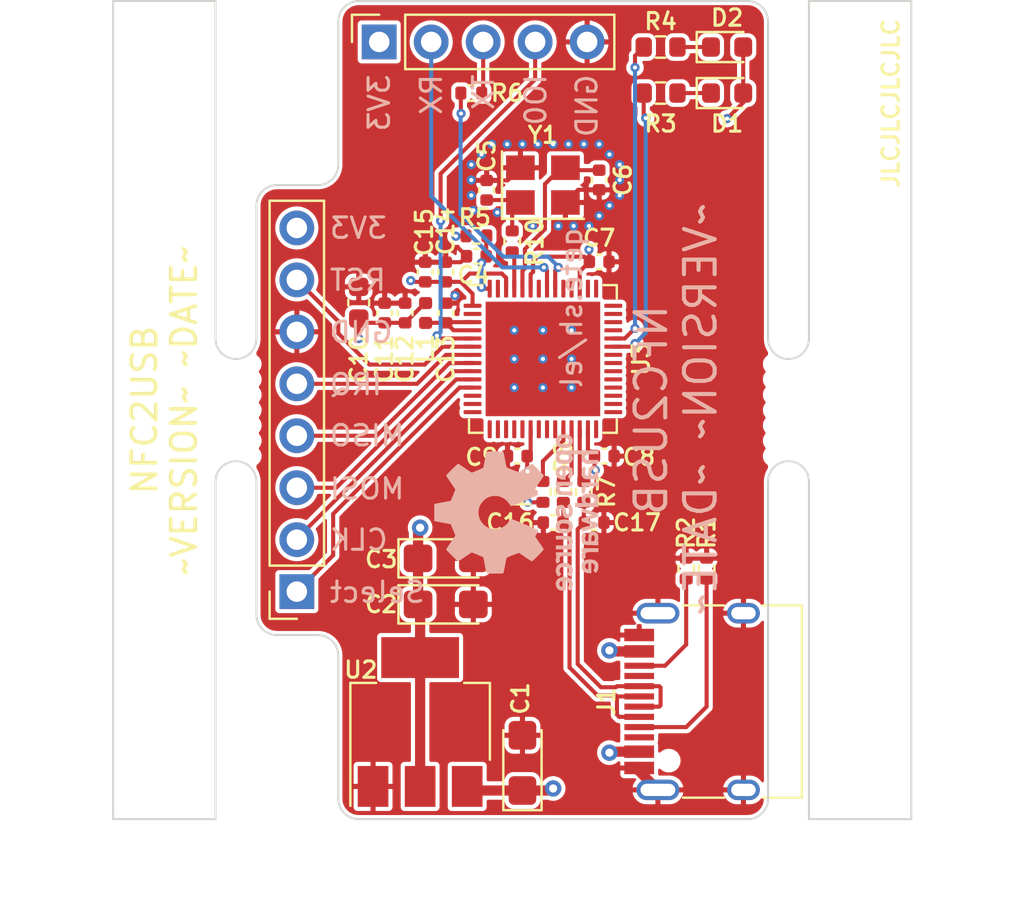
<source format=kicad_pcb>
(kicad_pcb (version 20211014) (generator pcbnew)
  (title_block (title "NFC2USB"))
  (layers (0 "F.Cu" signal) (1 "In1.Cu" signal) (2 "In2.Cu" signal) (31 "B.Cu" signal) (34 "B.Paste" user) (35 "F.Paste" user) (36 "B.SilkS" user "B.Silkscreen") (37 "F.SilkS" user "F.Silkscreen") (38 "B.Mask" user) (39 "F.Mask" user) (44 "Edge.Cuts" user))
  (property "DATE" "~DATE~")
  (property "VERSION" "~VERSION~")
  (net 0 "")
  (net 1 "VBUS")
  (net 2 "GND")
  (net 3 "+3V3")
  (net 4 "/ESP32-S2/EN")
  (net 5 "/ESP32-S2/XTAL_P")
  (net 6 "/ESP32-S2/XTAL_N")
  (net 7 "/ESP32-S2/VDD3P3")
  (net 8 "/USB_D-")
  (net 9 "/USB_D+")
  (net 10 "Net-(D1-Pad1)")
  (net 11 "Net-(D2-Pad1)")
  (net 12 "/CC1")
  (net 14 "/CC2")
  (net 16 "/ESP32-S2/RX")
  (net 17 "/ESP32-S2/TX")
  (net 18 "/ESP32-S2/GPIO0")
  (net 19 "/LED_RDY")
  (net 20 "/LED_ACT")
  (net 21 "/ESP32-S2/U0TXD")
  (net 22 "/ESP32-S2/GPIO18")
  (net 23 "/NFC_Select")
  (net 24 "/NFC_Clock")
  (net 25 "/NFC_MOSI")
  (net 26 "/NFC_MISO")
  (net 27 "/NFC_IRQ")
  (net 28 "/NFC_Reset")
  (net 58 "/ESP32-S2/D+")
  (net 59 "/ESP32-S2/D-")
  (net 62 "Net-(C5-Pad1)")
  (footprint "Resistor_SMD:R_0402_1005Metric" (layer "F.Cu") (at 114 74 -90)
    (fp_text reference "R9")
    (fp_text value "10k")
  )
  (footprint "Capacitor_SMD:C_0402_1005Metric" (layer "F.Cu") (at 109.2675 65.2525 90)
    (fp_text reference "C13")
    (fp_text value "100n")
  )
  (footprint "My_Footprints:JLCPCB_Tooling_Hole" (layer "F.Cu") (at 95.5 87.5)
    (fp_text reference "REF**" hide)
    (fp_text value "JLCPCB_Tooling_Hole")
  )
  (footprint "Package_TO_SOT_SMD:SOT-223-3_TabPin2" (layer "F.Cu") (at 108 85.25 90)
    (fp_text reference "U2")
    (fp_text value "AMS1117-3.3")
  )
  (footprint "My_Footprints:JLCPCB_Tooling_Hole" (layer "F.Cu") (at 129.5 52.5)
    (fp_text reference "REF**" hide)
    (fp_text value "JLCPCB_Tooling_Hole")
  )
  (footprint "Capacitor_SMD:C_0603_1608Metric" (layer "F.Cu") (at 105 64.75 90)
    (fp_text reference "C10")
    (fp_text value "10u")
  )
  (footprint "LED_SMD:LED_0603_1608Metric" (layer "F.Cu") (at 123 54.5)
    (fp_text reference "D1")
    (fp_text value "RDY")
  )
  (footprint "Capacitor_Tantalum_SMD:CP_EIA-3216-18_Kemet-A" (layer "F.Cu") (at 109.25 79.5)
    (fp_text reference "C2")
    (fp_text value "10u")
  )
  (footprint "Resistor_SMD:R_0402_1005Metric" (layer "F.Cu") (at 110.75 61.48)
    (fp_text reference "R5")
    (fp_text value "10k")
  )
  (footprint "Resistor_SMD:R_0402_1005Metric" (layer "F.Cu") (at 112.5 61.75 -90)
    (fp_text reference "R10")
    (fp_text value "0R")
  )
  (footprint "Resistor_SMD:R_0402_1005Metric" (layer "F.Cu") (at 116 74 -90)
    (fp_text reference "R7")
    (fp_text value "27R")
  )
  (footprint "Panelization:mouse-bite-2x5mm-slot-onesided" (layer "F.Cu") (at 126 70 90)
    (fp_text reference "mouse-bite-2mm-slot" hide)
    (fp_text value "VAL**" hide)
    (fp_arc (start 3.5 1) (mid 2.5 0) (end 3.5 -1) (layer "Edge.Cuts") (width 0.1))
    (fp_arc (start -3.5 -1) (mid -2.5 0) (end -3.5 1) (layer "Edge.Cuts") (width 0.1))
  )
  (footprint "Connector_USB:USB_C_Receptacle_HRO_TYPE-C-31-M-12" (layer "F.Cu") (at 122.75 84.25 90)
    (fp_text reference "J1")
    (fp_text value "USB_C_Receptacle_USB2.0")
  )
  (footprint "Capacitor_SMD:C_0402_1005Metric" (layer "F.Cu") (at 116.75 62.75)
    (fp_text reference "C7")
    (fp_text value "100n")
  )
  (footprint "Capacitor_SMD:C_0402_1005Metric" (layer "F.Cu") (at 108.25 63.25 90)
    (fp_text reference "C15")
    (fp_text value "1u")
  )
  (footprint "Capacitor_SMD:C_0402_1005Metric" (layer "F.Cu") (at 116.5 75.5)
    (fp_text reference "C17")
    (fp_text value "22p")
  )
  (footprint "Resistor_SMD:R_0402_1005Metric" (layer "F.Cu") (at 110.5 54.5)
    (fp_text reference "R6")
    (fp_text value "470R")
  )
  (footprint "Resistor_SMD:R_0603_1608Metric" (layer "F.Cu") (at 119.75 54.5 180)
    (fp_text reference "R3")
    (fp_text value "270R")
  )
  (footprint "Capacitor_SMD:C_0402_1005Metric" (layer "F.Cu") (at 107.2675 65.2525 90)
    (fp_text reference "C12")
    (fp_text value "100n")
  )
  (footprint "Capacitor_SMD:C_0402_1005Metric" (layer "F.Cu") (at 114.5 75.5 180)
    (fp_text reference "C16")
    (fp_text value "22p")
  )
  (footprint "My_Footprints:JLCPCB_Tooling_Hole" (layer "F.Cu") (at 95.5 52.5)
    (fp_text reference "REF**" hide)
    (fp_text value "JLCPCB_Tooling_Hole")
  )
  (footprint "Capacitor_Tantalum_SMD:CP_EIA-3216-18_Kemet-A" (layer "F.Cu") (at 113 87.25 90)
    (fp_text reference "C1")
    (fp_text value "10u")
  )
  (footprint "Resistor_SMD:R_0402_1005Metric" (layer "F.Cu") (at 115 74 -90)
    (fp_text reference "R8")
    (fp_text value "27R")
  )
  (footprint "My_Footprints:JLCPCB_Tooling_Hole" (layer "F.Cu") (at 129.5 87.605)
    (fp_text reference "REF**" hide)
    (fp_text value "JLCPCB_Tooling_Hole")
  )
  (footprint "Connector_PinSocket_2.54mm:PinSocket_1x05_P2.54mm_Vertical" (layer "F.Cu") (at 106 52 90)
    (fp_text reference "J2" hide)
    (fp_text value "UART")
  )
  (footprint "Capacitor_SMD:C_0402_1005Metric" (layer "F.Cu") (at 112.75 72.25 180)
    (fp_text reference "C9")
    (fp_text value "100n")
  )
  (footprint "Capacitor_SMD:C_0402_1005Metric" (layer "F.Cu") (at 117 72.25)
    (fp_text reference "C8")
    (fp_text value "100n")
  )
  (footprint "Capacitor_Tantalum_SMD:CP_EIA-3216-18_Kemet-A" (layer "F.Cu") (at 109.25 77.25)
    (fp_text reference "C3")
    (fp_text value "10u")
  )
  (footprint "Crystal:Crystal_SMD_3225-4Pin_3.2x2.5mm" (layer "F.Cu") (at 114 59)
    (fp_text reference "Y1")
    (fp_text value "X322540MPB4SI")
  )
  (footprint "Capacitor_SMD:C_0402_1005Metric" (layer "F.Cu") (at 111.25 59.25 90)
    (fp_text reference "C5")
    (fp_text value "22p")
  )
  (footprint "Resistor_SMD:R_0402_1005Metric" (layer "F.Cu") (at 122 77.75 90)
    (fp_text reference "R1")
    (fp_text value "5k1")
  )
  (footprint "Inductor_SMD:L_0402_1005Metric" (layer "F.Cu") (at 108.2675 65.2525 -90)
    (fp_text reference "L1")
    (fp_text value "2nH")
  )
  (footprint "LED_SMD:LED_0603_1608Metric" (layer "F.Cu") (at 123 52.25)
    (fp_text reference "D2")
    (fp_text value "ACT")
  )
  (footprint "Connector_PinSocket_2.54mm:PinSocket_1x08_P2.54mm_Vertical" (layer "F.Cu") (at 101.975 78.875 180)
    (fp_text reference "U1" hide)
    (fp_text value "NFCModuleRC522")
  )
  (footprint "Capacitor_SMD:C_0402_1005Metric" (layer "F.Cu") (at 110.75 62.48 180)
    (fp_text reference "C4")
    (fp_text value "1u")
  )
  (footprint "Resistor_SMD:R_0402_1005Metric" (layer "F.Cu") (at 121 77.75 90)
    (fp_text reference "R2")
    (fp_text value "5k1")
  )
  (footprint "Capacitor_SMD:C_0402_1005Metric" (layer "F.Cu") (at 116.75 58.75 -90)
    (fp_text reference "C6")
    (fp_text value "22p")
  )
  (footprint "Resistor_SMD:R_0603_1608Metric" (layer "F.Cu") (at 119.75 52.25 180)
    (fp_text reference "R4")
    (fp_text value "270R")
  )
  (footprint "Panelization:mouse-bite-2x5mm-slot-onesided" (layer "F.Cu") (at 99 70 -90)
    (fp_text reference "mouse-bite-2mm-slot" hide)
    (fp_text value "VAL**" hide)
    (fp_arc (start 3.5 1) (mid 2.5 0) (end 3.5 -1) (layer "Edge.Cuts") (width 0.1))
    (fp_arc (start -3.5 -1) (mid -2.5 0) (end -3.5 1) (layer "Edge.Cuts") (width 0.1))
  )
  (footprint "Capacitor_SMD:C_0402_1005Metric" (layer "F.Cu") (at 106.2675 65.2525 90)
    (fp_text reference "C11")
    (fp_text value "1u")
  )
  (footprint "Capacitor_SMD:C_0402_1005Metric" (layer "F.Cu") (at 109.25 63.25 90)
    (fp_text reference "C14")
    (fp_text value "100n")
  )
  (footprint "Package_DFN_QFN:QFN-56-1EP_7x7mm_P0.4mm_EP5.6x5.6mm" (layer "F.Cu") (at 114 67.5)
    (fp_text reference "U3")
    (fp_text value "ESP32-S2FH4")
  )
  (footprint "Symbol:OSHW-Logo_7.5x8mm_SilkScreen" (layer "B.Cu") (at 112.7 75 -90)
    (fp_text reference "REF**" hide)
    (fp_text value "OSHW-Logo_7.5x8mm_SilkScreen" hide)
  )
  (gr_line (start 100 73.5) (end 100 80) (layer "Edge.Cuts") (width 0.1))
  (gr_line (start 104 82) (end 104 89) (layer "Edge.Cuts") (width 0.1))
  (gr_line (start 104 51) (end 104 58) (layer "Edge.Cuts") (width 0.1))
  (gr_line (start 127 66.5) (end 127 50) (layer "Edge.Cuts") (width 0.1))
  (gr_arc (start 105 90) (mid 104.292893 89.707107) (end 104 89) (layer "Edge.Cuts") (width 0.1))
  (gr_line (start 124 90) (end 105 90) (layer "Edge.Cuts") (width 0.1))
  (gr_line (start 132 90) (end 127 90) (layer "Edge.Cuts") (width 0.1))
  (gr_line (start 93 50) (end 93 90) (layer "Edge.Cuts") (width 0.1))
  (gr_line (start 105 50) (end 124 50) (layer "Edge.Cuts") (width 0.1))
  (gr_line (start 98 90) (end 98 73.5) (layer "Edge.Cuts") (width 0.1))
  (gr_line (start 98 66.5) (end 98 50) (layer "Edge.Cuts") (width 0.1))
  (gr_line (start 127 50) (end 132 50) (layer "Edge.Cuts") (width 0.1))
  (gr_line (start 100 66.5) (end 100 60) (layer "Edge.Cuts") (width 0.1))
  (gr_arc (start 101 81) (mid 100.292893 80.707107) (end 100 80) (layer "Edge.Cuts") (width 0.1))
  (gr_line (start 103 59) (end 101 59) (layer "Edge.Cuts") (width 0.1))
  (gr_arc (start 124 50) (mid 124.707107 50.292893) (end 125 51) (layer "Edge.Cuts") (width 0.1))
  (gr_line (start 125 51) (end 125 66.5) (layer "Edge.Cuts") (width 0.1))
  (gr_arc (start 104 58) (mid 103.707107 58.707107) (end 103 59) (layer "Edge.Cuts") (width 0.1))
  (gr_arc (start 104 51) (mid 104.292893 50.292893) (end 105 50) (layer "Edge.Cuts") (width 0.1))
  (gr_line (start 125 73.5) (end 125 89) (layer "Edge.Cuts") (width 0.1))
  (gr_arc (start 125 89) (mid 124.707107 89.707107) (end 124 90) (layer "Edge.Cuts") (width 0.1))
  (gr_line (start 101 81) (end 103 81) (layer "Edge.Cuts") (width 0.1))
  (gr_line (start 93 90) (end 98 90) (layer "Edge.Cuts") (width 0.1))
  (gr_line (start 127 90) (end 127 73.5) (layer "Edge.Cuts") (width 0.1))
  (gr_line (start 98 50) (end 93 50) (layer "Edge.Cuts") (width 0.1))
  (gr_arc (start 103 81) (mid 103.707107 81.292893) (end 104 82) (layer "Edge.Cuts") (width 0.1))
  (gr_line (start 132 50) (end 132 90) (layer "Edge.Cuts") (width 0.1))
  (gr_arc (start 100 60) (mid 100.292893 59.292893) (end 101 59) (layer "Edge.Cuts") (width 0.1))
  (gr_text "GND" (at 116.15 53.5 90) (layer "B.SilkS") (effects (font (size 1 1)) (justify left mirror)))
  (gr_text "MOSI" (at 103.5 73.85) (layer "B.SilkS") (effects (font (size 1 1)) (justify right mirror)))
  (gr_text "${TITLE}\n${VERSION} ${DATE}" (at 120.5 70 90) (layer "B.SilkS") (effects (font (size 1.5 1.5) (thickness 0.2)) (justify mirror)))
  (gr_text "IO0" (at 113.65 53.5 90) (layer "B.SilkS") (effects (font (size 1 1)) (justify left mirror)))
  (gr_text "3V3" (at 103.5 61.1) (layer "B.SilkS") (effects (font (size 1 1)) (justify right mirror)))
  (gr_text "RX" (at 108.55 53.5 90) (layer "B.SilkS") (effects (font (size 1 1)) (justify left mirror)))
  (gr_text "TX" (at 111.1 53.5 90) (layer "B.SilkS") (effects (font (size 1 1)) (justify left mirror)))
  (gr_text "CLK" (at 103.5 76.35) (layer "B.SilkS") (effects (font (size 1 1)) (justify right mirror)))
  (gr_text "3V3" (at 106 53.5 90) (layer "B.SilkS") (effects (font (size 1 1)) (justify left mirror)))
  (gr_text "IRQ" (at 103.5 68.75) (layer "B.SilkS") (effects (font (size 1 1)) (justify right mirror)))
  (gr_text "qete.sh/el" (at 115.4 65 90) (layer "B.SilkS") (effects (font (size 1 1)) (justify mirror)))
  (gr_text "Select" (at 103.5 78.9) (layer "B.SilkS") (effects (font (size 1 1)) (justify right mirror)))
  (gr_text "RST" (at 103.5 63.65) (layer "B.SilkS") (effects (font (size 1 1)) (justify right mirror)))
  (gr_text "MISO" (at 103.5 71.25) (layer "B.SilkS") (effects (font (size 1 1)) (justify right mirror)))
  (gr_text "GND" (at 103.5 66.2) (layer "B.SilkS") (effects (font (size 1 1)) (justify right mirror)))
  (gr_text "${TITLE}\n${VERSION} ${DATE}" (at 95.5 70 90) (layer "F.SilkS") (effects (font (size 1.2 1.2) (thickness 0.18))))
  (gr_text "JLCJLCJLCJLC" (at 131 55 90) (layer "F.SilkS") (effects (font (size 0.8 0.8))))
  (segment (start 114.4 88.6) (end 114.5 88.5) (width 0.5) (layer "F.Cu") (net 1))
  (segment (start 117.3 81.8) (end 117.25 81.75) (width 0.5) (layer "F.Cu") (net 1))
  (segment (start 118.705 81.8) (end 117.3 81.8) (width 0.5) (layer "F.Cu") (net 1))
  (segment (start 118.705 86.7) (end 117.3 86.7) (width 0.5) (layer "F.Cu") (net 1))
  (segment (start 117.3 86.7) (end 117.25 86.75) (width 0.5) (layer "F.Cu") (net 1))
  (segment (start 113 88.6) (end 114.4 88.6) (width 0.5) (layer "F.Cu") (net 1))
  (segment (start 113 88.6) (end 110.5 88.6) (width 0.5) (layer "F.Cu") (net 1))
  (segment (start 110.5 88.6) (end 110.3 88.4) (width 0.5) (layer "F.Cu") (net 1))
  (via (at 114.5 88.5) (size 0.8) (drill 0.4) (layers "F.Cu" "B.Cu") (net 1))
  (via (at 117.25 86.75) (size 0.8) (drill 0.4) (layers "F.Cu" "B.Cu") (net 1))
  (via (at 117.25 81.75) (size 0.8) (drill 0.4) (layers "F.Cu" "B.Cu") (net 1))
  (segment (start 111.25 58.77) (end 112.28 58.77) (width 0.2) (layer "F.Cu") (net 2))
  (segment (start 109.25 62.77) (end 109.98 62.77) (width 0.2) (layer "F.Cu") (net 2))
  (segment (start 118.705 87.5) (end 118.705 87.655) (width 0.5) (layer "F.Cu") (net 2))
  (segment (start 110.27 62.48) (end 109.815 62.025) (width 0.2) (layer "F.Cu") (net 2))
  (segment (start 118.705 87.655) (end 119.62 88.57) (width 0.5) (layer "F.Cu") (net 2))
  (segment (start 115.72 59.23) (end 115.1 59.85) (width 0.2) (layer "F.Cu") (net 2))
  (segment (start 112.28 58.77) (end 112.9 58.15) (width 0.2) (layer "F.Cu") (net 2))
  (segment (start 109.98 62.77) (end 110.27 62.48) (width 0.2) (layer "F.Cu") (net 2))
  (segment (start 116.75 59.23) (end 115.72 59.23) (width 0.2) (layer "F.Cu") (net 2))
  (via (at 110.5 58) (size 0.45) (drill 0.2) (layers "F.Cu" "B.Cu") (net 2))
  (via (at 112.25 57) (size 0.45) (drill 0.2) (layers "F.Cu" "B.Cu") (net 2))
  (via (at 114 67.5) (size 0.45) (drill 0.2) (layers "F.Cu" "B.Cu") (net 2))
  (via (at 112.6 68.9) (size 0.45) (drill 0.2) (layers "F.Cu" "B.Cu") (net 2))
  (via (at 113.5 61) (size 0.45) (drill 0.2) (layers "F.Cu" "B.Cu") (net 2))
  (via (at 113.75 57) (size 0.45) (drill 0.2) (layers "F.Cu" "B.Cu") (net 2))
  (via (at 117.75 59.5) (size 0.45) (drill 0.2) (layers "F.Cu" "B.Cu") (net 2))
  (via (at 109.7 64.4) (size 0.45) (drill 0.2) (layers "F.Cu" "B.Cu") (net 2))
  (via (at 110.5 59.5) (size 0.45) (drill 0.2) (layers "F.Cu" "B.Cu") (net 2))
  (via (at 110.5 58.75) (size 0.45) (drill 0.2) (layers "F.Cu" "B.Cu") (net 2))
  (via (at 115.4 67.5) (size 0.45) (drill 0.2) (layers "F.Cu" "B.Cu") (net 2))
  (via (at 111 57.5) (size 0.45) (drill 0.2) (layers "F.Cu" "B.Cu") (net 2))
  (via (at 114.75 61) (size 0.45) (drill 0.2) (layers "F.Cu" "B.Cu") (net 2))
  (via (at 114 66.1) (size 0.45) (drill 0.2) (layers "F.Cu" "B.Cu") (net 2))
  (via (at 116 57) (size 0.45) (drill 0.2) (layers "F.Cu" "B.Cu") (net 2))
  (via (at 114.5 57) (size 0.45) (drill 0.2) (layers "F.Cu" "B.Cu") (net 2))
  (via (at 111.77 60.34) (size 0.45) (drill 0.2) (layers "F.Cu" "B.Cu") (net 2))
  (via (at 112.6 67.5) (size 0.45) (drill 0.2) (layers "F.Cu" "B.Cu") (net 2))
  (via (at 117.75 58) (size 0.45) (drill 0.2) (layers "F.Cu" "B.Cu") (net 2))
  (via (at 115.25 57) (size 0.45) (drill 0.2) (layers "F.Cu" "B.Cu") (net 2))
  (via (at 117.25 57.5) (size 0.45) (drill 0.2) (layers "F.Cu" "B.Cu") (net 2))
  (via (at 115.4 66.1) (size 0.45) (drill 0.2) (layers "F.Cu" "B.Cu") (net 2))
  (via (at 116.75 57) (size 0.45) (drill 0.2) (layers "F.Cu" "B.Cu") (net 2))
  (via (at 117.75 58.75) (size 0.45) (drill 0.2) (layers "F.Cu" "B.Cu") (net 2))
  (via (at 115.5 61) (size 0.45) (drill 0.2) (layers "F.Cu" "B.Cu") (net 2))
  (via (at 117.25 60) (size 0.45) (drill 0.2) (layers "F.Cu" "B.Cu") (net 2))
  (via (at 116.75 60.5) (size 0.45) (drill 0.2) (layers "F.Cu" "B.Cu") (net 2))
  (via (at 113 57) (size 0.45) (drill 0.2) (layers "F.Cu" "B.Cu") (net 2))
  (via (at 116.25 61) (size 0.45) (drill 0.2) (layers "F.Cu" "B.Cu") (net 2))
  (via (at 114 68.9) (size 0.45) (drill 0.2) (layers "F.Cu" "B.Cu") (net 2))
  (via (at 115.4 68.9) (size 0.45) (drill 0.2) (layers "F.Cu" "B.Cu") (net 2))
  (via (at 111.5 57) (size 0.45) (drill 0.2) (layers "F.Cu" "B.Cu") (net 2))
  (via (at 110.6 60.23) (size 0.45) (drill 0.2) (layers "F.Cu" "B.Cu") (net 2))
  (via (at 112.6 66.1) (size 0.45) (drill 0.2) (layers "F.Cu" "B.Cu") (net 2))
  (segment (start 123.7875 52.25) (end 123.7875 54.5) (width 0.2) (layer "F.Cu") (net 3))
  (segment (start 105 65.525) (end 105 66.5) (width 0.2) (layer "F.Cu") (net 3))
  (segment (start 112.2 63.530025) (end 111.994975 63.325) (width 0.2) (layer "F.Cu") (net 3))
  (segment (start 113.23 72.25) (end 113.23 72.98) (width 0.2) (layer "F.Cu") (net 3))
  (segment (start 108 79.6) (end 107.9 79.5) (width 0.5) (layer "F.Cu") (net 3))
  (segment (start 108 82.1) (end 108 79.6) (width 0.5) (layer "F.Cu") (net 3))
  (segment (start 113.52 62.73) (end 113.75 62.5) (width 0.2) (layer "F.Cu") (net 3))
  (segment (start 110.24 61.48) (end 109.77 61.48) (width 0.2) (layer "F.Cu") (net 3))
  (segment (start 116.52 72.900153) (end 116.556346 72.936499) (width 0.2) (layer "F.Cu") (net 3))
  (segment (start 108.2325 64.7675) (end 107.2675 65.7325) (width 0.2) (layer "F.Cu") (net 3))
  (segment (start 109.98 63.73) (end 109.25 63.73) (width 0.2) (layer "F.Cu") (net 3))
  (segment (start 115.8 64.0625) (end 115.8 63.22) (width 0.2) (layer "F.Cu") (net 3))
  (segment (start 116.2 70.9375) (end 116.2 71.93) (width 0.2) (layer "F.Cu") (net 3))
  (segment (start 113.75 62.5) (end 116.02 62.5) (width 0.2) (layer "F.Cu") (net 3))
  (segment (start 113.23 72.98) (end 113.25 73) (width 0.2) (layer "F.Cu") (net 3))
  (segment (start 107.9 75.85) (end 108 75.75) (width 0.5) (layer "F.Cu") (net 3))
  (segment (start 108 88.4) (end 108 82.1) (width 0.5) (layer "F.Cu") (net 3))
  (segment (start 115.8 63.22) (end 116.27 62.75) (width 0.2) (layer "F.Cu") (net 3))
  (segment (start 107.9 79.5) (end 107.9 77.25) (width 0.5) (layer "F.Cu") (net 3))
  (segment (start 108.25 63.73) (end 109.25 63.73) (width 0.2) (layer "F.Cu") (net 3))
  (segment (start 109.77 61.48) (end 109.75 61.5) (width 0.2) (layer "F.Cu") (net 3))
  (segment (start 113.4 70.9375) (end 113.4 72.08) (width 0.2) (layer "F.Cu") (net 3))
  (segment (start 123.7875 54.5) (end 123.7875 54.9625) (width 0.2) (layer "F.Cu") (net 3))
  (segment (start 110.5625 64.9) (end 110.5625 64.3125) (width 0.2) (layer "F.Cu") (net 3))
  (segment (start 116.02 62.5) (end 116.27 62.75) (width 0.2) (layer "F.Cu") (net 3))
  (segment (start 108.25 63.73) (end 107.6014 63.73) (width 0.2) (layer "F.Cu") (net 3))
  (segment (start 113.4 72.08) (end 113.23 72.25) (width 0.2) (layer "F.Cu") (net 3))
  (segment (start 107.6014 63.73) (end 107.540467 63.669067) (width 0.2) (layer "F.Cu") (net 3))
  (segment (start 116.27 62.169503) (end 116.25 62.149503) (width 0.2) (layer "F.Cu") (net 3))
  (segment (start 105.2075 65.7325) (end 105 65.525) (width 0.2) (layer "F.Cu") (net 3))
  (segment (start 113.26 74.51) (end 113.25 74.5) (width 0.2) (layer "F.Cu") (net 3))
  (segment (start 107.2675 65.7325) (end 106.2675 65.7325) (width 0.2) (layer "F.Cu") (net 3))
  (segment (start 116.27 62.75) (end 116.27 62.169503) (width 0.2) (layer "F.Cu") (net 3))
  (segment (start 107.9 77.25) (end 107.9 75.85) (width 0.5) (layer "F.Cu") (net 3))
  (segment (start 116.2 71.93) (end 116.52 72.25) (width 0.2) (layer "F.Cu") (net 3))
  (segment (start 106.2675 65.7325) (end 105.2075 65.7325) (width 0.2) (layer "F.Cu") (net 3))
  (segment (start 113.52 63.240869) (end 113.52 62.73) (width 0.2) (layer "F.Cu") (net 3))
  (segment (start 108.2675 64.7675) (end 108.2325 64.7675) (width 0.2) (layer "F.Cu") (net 3))
  (segment (start 112.2 64.0625) (end 112.2 63.530025) (width 0.2) (layer "F.Cu") (net 3))
  (segment (start 116.52 72.25) (end 116.52 72.900153) (width 0.2) (layer "F.Cu") (net 3))
  (segment (start 111.994975 63.325) (end 110.425 63.325) (width 0.2) (layer "F.Cu") (net 3))
  (segment (start 113.4 64.0625) (end 113.4 63.360869) (width 0.2) (layer "F.Cu") (net 3))
  (segment (start 110.425 63.325) (end 110.02 63.73) (width 0.2) (layer "F.Cu") (net 3))
  (segment (start 113.4 63.360869) (end 113.52 63.240869) (width 0.2) (layer "F.Cu") (net 3))
  (segment (start 114 74.51) (end 113.26 74.51) (width 0.2) (layer "F.Cu") (net 3))
  (segment (start 110.5625 64.3125) (end 109.98 63.73) (width 0.2) (layer "F.Cu") (net 3))
  (segment (start 110.02 63.73) (end 109.25 63.73) (width 0.2) (layer "F.Cu") (net 3))
  (segment (start 123.7875 54.9625) (end 123 55.75) (width 0.2) (layer "F.Cu") (net 3))
  (via (at 113.25 73) (size 0.45) (drill 0.2) (layers "F.Cu" "B.Cu") (net 3))
  (via (at 109.75 61.5) (size 0.45) (drill 0.2) (layers "F.Cu" "B.Cu") (net 3))
  (via (at 116.556346 72.936499) (size 0.45) (drill 0.2) (layers "F.Cu" "B.Cu") (net 3))
  (via (at 107.540467 63.669067) (size 0.45) (drill 0.2) (layers "F.Cu" "B.Cu") (net 3))
  (via (at 116.25 62.149503) (size 0.45) (drill 0.2) (layers "F.Cu" "B.Cu") (net 3))
  (via (at 113.25 74.5) (size 0.45) (drill 0.2) (layers "F.Cu" "B.Cu") (net 3))
  (via (at 105 66.5) (size 0.45) (drill 0.2) (layers "F.Cu" "B.Cu") (net 3))
  (via (at 123 55.75) (size 0.45) (drill 0.2) (layers "F.Cu" "B.Cu") (net 3))
  (via (at 108 75.75) (size 0.8) (drill 0.4) (layers "F.Cu" "B.Cu") (net 3))
  (segment (start 111.23 61.51) (end 111.26 61.48) (width 0.2) (layer "F.Cu") (net 4))
  (segment (start 111.23 62.48) (end 111.23 61.51) (width 0.2) (layer "F.Cu") (net 4))
  (segment (start 111 62.8005) (end 111 62.71) (width 0.2) (layer "F.Cu") (net 4))
  (segment (start 111.0625 64.0625) (end 111 64) (width 0.2) (layer "F.Cu") (net 4))
  (segment (start 111 62.71) (end 111.23 62.48) (width 0.2) (layer "F.Cu") (net 4))
  (segment (start 111.4 64.0625) (end 111.0625 64.0625) (width 0.2) (layer "F.Cu") (net 4))
  (via (at 111 64) (size 0.45) (drill 0.2) (layers "F.Cu" "B.Cu") (net 4))
  (via (at 111 62.8005) (size 0.45) (drill 0.2) (layers "F.Cu" "B.Cu") (net 4))
  (segment (start 111 64) (end 111 62.8005) (width 0.2) (layer "B.Cu") (net 4))
  (segment (start 112.6 64.0625) (end 112.6 62.36) (width 0.2) (layer "F.Cu") (net 5))
  (segment (start 112.6 62.36) (end 112.5 62.26) (width 0.2) (layer "F.Cu") (net 5))
  (segment (start 113 64.0625) (end 113 63.195183) (width 0.2) (layer "F.Cu") (net 6))
  (segment (start 114.9 58.15) (end 115.1 58.15) (width 0.2) (layer "F.Cu") (net 6))
  (segment (start 115.22 58.27) (end 115.1 58.15) (width 0.2) (layer "F.Cu") (net 6))
  (segment (start 114.1 61.15) (end 114.1 58.95) (width 0.2) (layer "F.Cu") (net 6))
  (segment (start 113 63.195183) (end 113.12 63.075183) (width 0.2) (layer "F.Cu") (net 6))
  (segment (start 114.1 58.95) (end 114.9 58.15) (width 0.2) (layer "F.Cu") (net 6))
  (segment (start 113.12 62.13) (end 114.1 61.15) (width 0.2) (layer "F.Cu") (net 6))
  (segment (start 113.12 63.075183) (end 113.12 62.13) (width 0.2) (layer "F.Cu") (net 6))
  (segment (start 116.75 58.27) (end 115.22 58.27) (width 0.2) (layer "F.Cu") (net 6))
  (segment (start 110.5625 65.7) (end 109.3 65.7) (width 0.2) (layer "F.Cu") (net 7))
  (segment (start 108.2725 65.7325) (end 108.2675 65.7375) (width 0.2) (layer "F.Cu") (net 7))
  (segment (start 109.635 66.1) (end 109.2675 65.7325) (width 0.2) (layer "F.Cu") (net 7))
  (segment (start 109.2675 65.7325) (end 108.2725 65.7325) (width 0.2) (layer "F.Cu") (net 7))
  (segment (start 110.5625 66.1) (end 109.635 66.1) (width 0.2) (layer "F.Cu") (net 7))
  (segment (start 109.3 65.7) (end 109.2675 65.7325) (width 0.2) (layer "F.Cu") (net 7))
  (segment (start 115.3 75.82) (end 115.3 82.582844) (width 0.2) (layer "F.Cu") (net 8))
  (segment (start 115 74.51) (end 115 75.48) (width 0.2) (layer "F.Cu") (net 8))
  (segment (start 115 75.48) (end 114.98 75.5) (width 0.2) (layer "F.Cu") (net 8))
  (segment (start 115.3 82.582844) (end 116.667156 83.95) (width 0.2) (layer "F.Cu") (net 8))
  (segment (start 117.617499 84.887499) (end 117.617499 84) (width 0.2) (layer "F.Cu") (net 8))
  (segment (start 117.617499 84) (end 118.705 84) (width 0.2) (layer "F.Cu") (net 8))
  (segment (start 117.73 85) (end 117.617499 84.887499) (width 0.2) (layer "F.Cu") (net 8))
  (segment (start 117.567499 83.95) (end 117.617499 84) (width 0.2) (layer "F.Cu") (net 8))
  (segment (start 116.667156 83.95) (end 117.567499 83.95) (width 0.2) (layer "F.Cu") (net 8))
  (segment (start 118.705 85) (end 117.73 85) (width 0.2) (layer "F.Cu") (net 8))
  (segment (start 114.98 75.5) (end 115.3 75.82) (width 0.2) (layer "F.Cu") (net 8))
  (segment (start 115.7 82.417156) (end 116.832844 83.55) (width 0.2) (layer "F.Cu") (net 9))
  (segment (start 116.832844 83.55) (end 117.567499 83.55) (width 0.2) (layer "F.Cu") (net 9))
  (segment (start 119.75 83.57) (end 119.75 84.43) (width 0.2) (layer "F.Cu") (net 9))
  (segment (start 116 75.48) (end 116.02 75.5) (width 0.2) (layer "F.Cu") (net 9))
  (segment (start 117.567499 83.55) (end 117.617499 83.5) (width 0.2) (layer "F.Cu") (net 9))
  (segment (start 119.75 84.43) (end 119.68 84.5) (width 0.2) (layer "F.Cu") (net 9))
  (segment (start 118.705 83.5) (end 119.68 83.5) (width 0.2) (layer "F.Cu") (net 9))
  (segment (start 116.02 75.5) (end 115.7 75.82) (width 0.2) (layer "F.Cu") (net 9))
  (segment (start 119.68 84.5) (end 118.705 84.5) (width 0.2) (layer "F.Cu") (net 9))
  (segment (start 116 74.51) (end 116 75.48) (width 0.2) (layer "F.Cu") (net 9))
  (segment (start 115.7 75.82) (end 115.7 82.417156) (width 0.2) (layer "F.Cu") (net 9))
  (segment (start 119.68 83.5) (end 119.75 83.57) (width 0.2) (layer "F.Cu") (net 9))
  (segment (start 117.617499 83.5) (end 118.705 83.5) (width 0.2) (layer "F.Cu") (net 9))
  (segment (start 120.575 54.5) (end 122.2125 54.5) (width 0.2) (layer "F.Cu") (net 10))
  (segment (start 120.575 52.25) (end 122.2125 52.25) (width 0.2) (layer "F.Cu") (net 11))
  (segment (start 118.705 85.5) (end 121 85.5) (width 0.2) (layer "F.Cu") (net 12))
  (segment (start 122 84.5) (end 122 78.26) (width 0.2) (layer "F.Cu") (net 12))
  (segment (start 121 85.5) (end 122 84.5) (width 0.2) (layer "F.Cu") (net 12))
  (segment (start 121 81.464596) (end 121 78.26) (width 0.2) (layer "F.Cu") (net 14))
  (segment (start 118.705 82.5) (end 119.964596 82.5) (width 0.2) (layer "F.Cu") (net 14))
  (segment (start 119.964596 82.5) (end 121 81.464596) (width 0.2) (layer "F.Cu") (net 14))
  (segment (start 114.0445 63.0245) (end 114.2 63.18) (width 0.2) (layer "F.Cu") (net 16))
  (segment (start 114.2 63.18) (end 114.2 64.0625) (width 0.2) (layer "F.Cu") (net 16))
  (via (at 114.0445 63.0245) (size 0.45) (drill 0.2) (layers "F.Cu" "B.Cu") (net 16))
  (segment (start 114.0445 63.0245) (end 112.0245 63.0245) (width 0.2) (layer "B.Cu") (net 16))
  (segment (start 108.54 59.54) (end 108.54 52) (width 0.2) (layer "B.Cu") (net 16))
  (segment (start 112.0245 63.0245) (end 108.54 59.54) (width 0.2) (layer "B.Cu") (net 16))
  (segment (start 110.99 54.5) (end 111.08 54.41) (width 0.2) (layer "F.Cu") (net 17))
  (segment (start 111.08 54.41) (end 111.08 52) (width 0.2) (layer "F.Cu") (net 17))
  (segment (start 108.957231 66.5) (end 110.5625 66.5) (width 0.2) (layer "F.Cu") (net 18))
  (segment (start 108.822992 66.365761) (end 108.957231 66.5) (width 0.2) (layer "F.Cu") (net 18))
  (segment (start 113.62 52) (end 113.62 53.825183) (width 0.2) (layer "F.Cu") (net 18))
  (segment (start 109 58.445183) (end 109 60.75) (width 0.2) (layer "F.Cu") (net 18))
  (segment (start 113.62 53.825183) (end 109 58.445183) (width 0.2) (layer "F.Cu") (net 18))
  (via (at 109 60.75) (size 0.45) (drill 0.2) (layers "F.Cu" "B.Cu") (net 18))
  (via (at 108.822992 66.365761) (size 0.45) (drill 0.2) (layers "F.Cu" "B.Cu") (net 18))
  (segment (start 108.822992 66.365761) (end 109 66.188753) (width 0.2) (layer "B.Cu") (net 18))
  (segment (start 109 66.188753) (end 109 60.75) (width 0.2) (layer "B.Cu") (net 18))
  (segment (start 117.4375 66.9) (end 118.35 66.9) (width 0.2) (layer "F.Cu") (net 19))
  (segment (start 119.025 55.725) (end 118.925 55.625) (width 0.2) (layer "F.Cu") (net 19))
  (segment (start 118.35 66.9) (end 118.5 66.75) (width 0.2) (layer "F.Cu") (net 19))
  (segment (start 118.925 55.625) (end 118.925 54.5) (width 0.2) (layer "F.Cu") (net 19))
  (via (at 118.5 66.75) (size 0.45) (drill 0.2) (layers "F.Cu" "B.Cu") (net 19))
  (via (at 119.025 55.725) (size 0.45) (drill 0.2) (layers "F.Cu" "B.Cu") (net 19))
  (segment (start 119.025 55.725) (end 119.025 66.225) (width 0.2) (layer "B.Cu") (net 19))
  (segment (start 119.025 66.225) (end 118.5 66.75) (width 0.2) (layer "B.Cu") (net 19))
  (segment (start 117.4375 66.5) (end 118 66.5) (width 0.2) (layer "F.Cu") (net 20))
  (segment (start 118 66.5) (end 118.5 66) (width 0.2) (layer "F.Cu") (net 20))
  (segment (start 118.5 53.25) (end 118.5 52.675) (width 0.2) (layer "F.Cu") (net 20))
  (segment (start 118.5 52.675) (end 118.925 52.25) (width 0.2) (layer "F.Cu") (net 20))
  (via (at 118.5 53.25) (size 0.45) (drill 0.2) (layers "F.Cu" "B.Cu") (net 20))
  (via (at 118.5 66) (size 0.45) (drill 0.2) (layers "F.Cu" "B.Cu") (net 20))
  (segment (start 118.5 66) (end 118.5 53.25) (width 0.2) (layer "B.Cu") (net 20))
  (segment (start 114.6 64.0625) (end 114.6 63.1745) (width 0.2) (layer "F.Cu") (net 21))
  (segment (start 114.6 63.1745) (end 114.75 63.0245) (width 0.2) (layer "F.Cu") (net 21))
  (segment (start 109.99 55.49) (end 109.99 54.5) (width 0.2) (layer "F.Cu") (net 21))
  (segment (start 110 55.5) (end 109.99 55.49) (width 0.2) (layer "F.Cu") (net 21))
  (via (at 114.75 63.0245) (size 0.45) (drill 0.2) (layers "F.Cu" "B.Cu") (net 21))
  (via (at 110 55.5) (size 0.45) (drill 0.2) (layers "F.Cu" "B.Cu") (net 21))
  (segment (start 114.262463 62.5) (end 114.75 62.987537) (width 0.2) (layer "B.Cu") (net 21))
  (segment (start 110 55.5) (end 109.975 55.525) (width 0.2) (layer "B.Cu") (net 21))
  (segment (start 112.065686 62.5) (end 114.262463 62.5) (width 0.2) (layer "B.Cu") (net 21))
  (segment (start 109.975 60.409314) (end 112.065686 62.5) (width 0.2) (layer "B.Cu") (net 21))
  (segment (start 109.975 55.525) (end 109.975 60.409314) (width 0.2) (layer "B.Cu") (net 21))
  (segment (start 114.75 62.987537) (end 114.75 63.0245) (width 0.2) (layer "B.Cu") (net 21))
  (segment (start 114 72.5) (end 114 73.49) (width 0.2) (layer "F.Cu") (net 22))
  (segment (start 115 70.9375) (end 115 71.5) (width 0.2) (layer "F.Cu") (net 22))
  (segment (start 115 71.5) (end 114 72.5) (width 0.2) (layer "F.Cu") (net 22))
  (segment (start 109.92843 68.9) (end 103.75 75.07843) (width 0.2) (layer "F.Cu") (net 23))
  (segment (start 110.5625 68.9) (end 109.92843 68.9) (width 0.2) (layer "F.Cu") (net 23))
  (segment (start 103.75 77.1) (end 101.975 78.875) (width 0.2) (layer "F.Cu") (net 23))
  (segment (start 103.75 75.07843) (end 103.75 77.1) (width 0.2) (layer "F.Cu") (net 23))
  (segment (start 110.5625 68.5) (end 109.762744 68.5) (width 0.2) (layer "F.Cu") (net 24))
  (segment (start 101.975 76.287744) (end 101.975 76.335) (width 0.2) (layer "F.Cu") (net 24))
  (segment (start 109.762744 68.5) (end 101.975 76.287744) (width 0.2) (layer "F.Cu") (net 24))
  (segment (start 110.5625 68.1) (end 109.597058 68.1) (width 0.2) (layer "F.Cu") (net 25))
  (segment (start 103.902058 73.795) (end 101.975 73.795) (width 0.2) (layer "F.Cu") (net 25))
  (segment (start 109.597058 68.1) (end 103.902058 73.795) (width 0.2) (layer "F.Cu") (net 25))
  (segment (start 110.5625 67.7) (end 109.431372 67.7) (width 0.2) (layer "F.Cu") (net 26))
  (segment (start 105.876372 71.255) (end 101.975 71.255) (width 0.2) (layer "F.Cu") (net 26))
  (segment (start 109.431372 67.7) (end 105.876372 71.255) (width 0.2) (layer "F.Cu") (net 26))
  (segment (start 109.265686 67.3) (end 107.850686 68.715) (width 0.2) (layer "F.Cu") (net 27))
  (segment (start 110.5625 67.3) (end 109.265686 67.3) (width 0.2) (layer "F.Cu") (net 27))
  (segment (start 107.850686 68.715) (end 101.975 68.715) (width 0.2) (layer "F.Cu") (net 27))
  (segment (start 105.525 67.775) (end 104 66.25) (width 0.2) (layer "F.Cu") (net 28))
  (segment (start 109.1 66.9) (end 108.225 67.775) (width 0.2) (layer "F.Cu") (net 28))
  (segment (start 104 65.66) (end 101.975 63.635) (width 0.2) (layer "F.Cu") (net 28))
  (segment (start 108.225 67.775) (end 105.525 67.775) (width 0.2) (layer "F.Cu") (net 28))
  (segment (start 104 66.25) (end 104 65.66) (width 0.2) (layer "F.Cu") (net 28))
  (segment (start 110.5625 66.9) (end 109.1 66.9) (width 0.2) (layer "F.Cu") (net 28))
  (segment (start 115.8 73.29) (end 116 73.49) (width 0.2) (layer "F.Cu") (net 58))
  (segment (start 115.8 70.9375) (end 115.8 73.29) (width 0.2) (layer "F.Cu") (net 58))
  (segment (start 115.4 73.09) (end 115 73.49) (width 0.2) (layer "F.Cu") (net 59))
  (segment (start 115.4 70.9375) (end 115.4 73.09) (width 0.2) (layer "F.Cu") (net 59))
  (segment (start 112.5 60.25) (end 112.9 59.85) (width 0.2) (layer "F.Cu") (net 62))
  (segment (start 111.25 59.73) (end 112.78 59.73) (width 0.2) (layer "F.Cu") (net 62))
  (segment (start 112.5 61.24) (end 112.5 60.25) (width 0.2) (layer "F.Cu") (net 62))
  (segment (start 112.78 59.73) (end 112.9 59.85) (width 0.2) (layer "F.Cu") (net 62))
  (zone (net 2) (net_name "GND") (layers "F.Cu" "In1.Cu") (name "GND") (connect_pads (clearance 0.2)) (min_thickness 0.127) (fill yes (thermal_gap 0.2) (thermal_bridge_width 0.25))
    (polygon (pts (xy 125 90) (xy 100 90) (xy 100 50) (xy 125 50)))
  )
)
</source>
